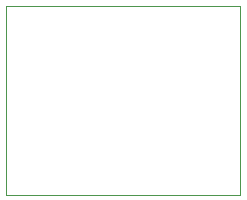
<source format=gm1>
G04 #@! TF.FileFunction,Profile,NP*
%FSLAX45Y45*%
G04 Gerber Fmt 4.5, Leading zero omitted, Abs format (unit mm)*
G04 Created by KiCad (PCBNEW 4.0.4-stable) date Sat Oct 15 01:23:03 2016*
%MOMM*%
%LPD*%
G01*
G04 APERTURE LIST*
%ADD10C,0.100000*%
G04 APERTURE END LIST*
D10*
X4699000Y-4013200D02*
X2717800Y-4013200D01*
X4699000Y-2413000D02*
X4699000Y-4013200D01*
X2717800Y-2413000D02*
X4699000Y-2413000D01*
X2717800Y-2413000D02*
X2717800Y-4013200D01*
M02*

</source>
